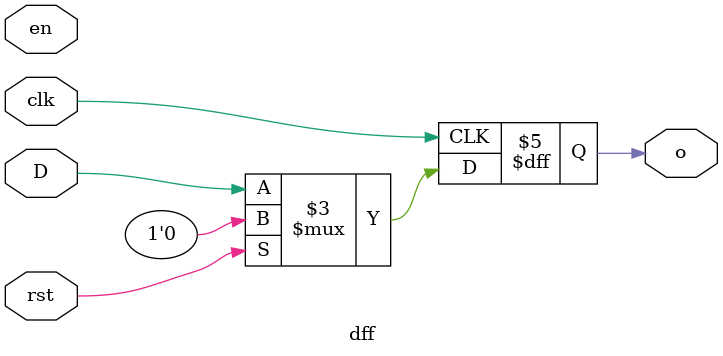
<source format=v>
module dff(input D, clk, rst, en, output reg o);
	always @ (posedge clk)
	begin
		if(rst)
			o <= 1'b0;
		else
			o <= D;
	end
endmodule

</source>
